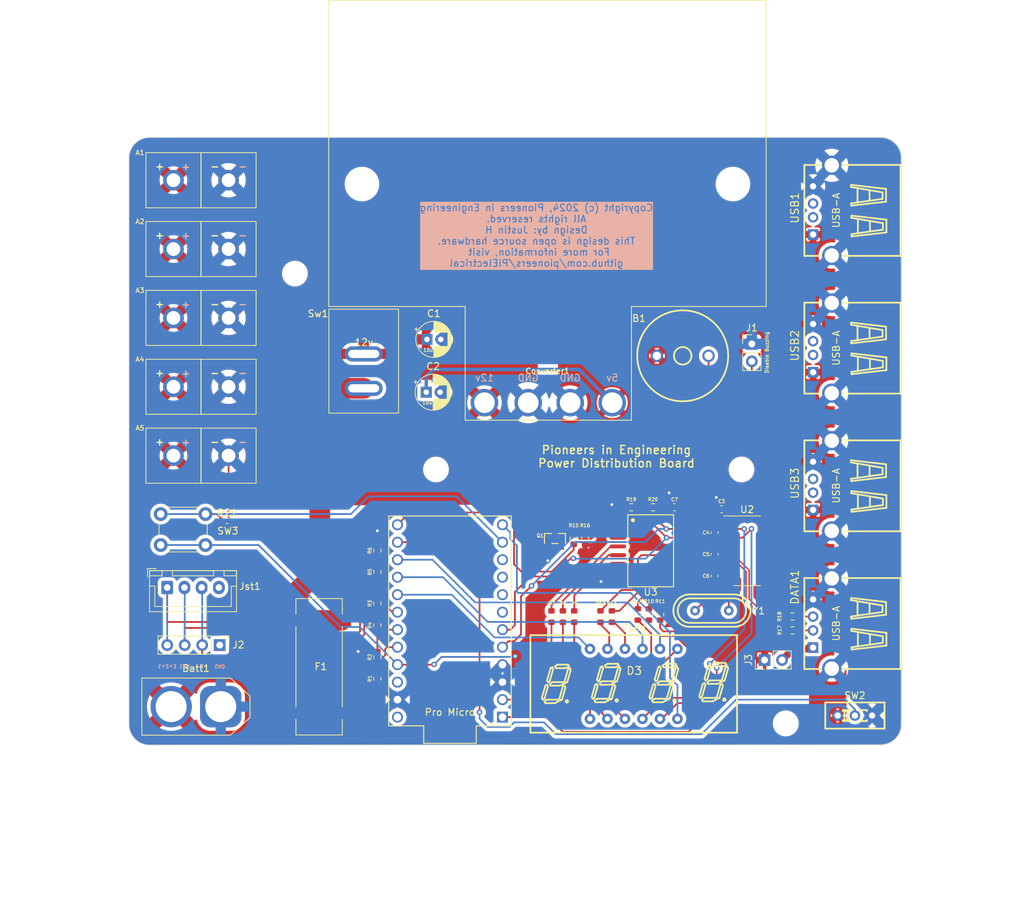
<source format=kicad_pcb>
(kicad_pcb (version 20221018) (generator pcbnew)
  (layers (0 "F.Cu" signal) (31 "B.Cu" signal) (34 "B.Paste" user) (35 "F.Paste" user) (36 "B.SilkS" user "B.Silkscreen") (37 "F.SilkS" user "F.Silkscreen") (38 "B.Mask" user) (39 "F.Mask" user) (44 "Edge.Cuts" user))
  (net 0 "")
  (net 1 "GND")
  (net 2 "/12v")
  (net 3 "/5v")
  (net 4 "/collector")
  (net 5 "Net-(U2-V3)")
  (net 6 "Net-(U2-XI)")
  (net 7 "Net-(U2-XO)")
  (net 8 "Net-(D3-E)")
  (net 9 "Net-(D3-D)")
  (net 10 "/Dig4")
  (net 11 "Net-(D3-DP)")
  (net 12 "/Dig3")
  (net 13 "/Dig2")
  (net 14 "Net-(D3-C)")
  (net 15 "Net-(D3-G)")
  (net 16 "/Dig1")
  (net 17 "/Cell1")
  (net 18 "/Cell1+2")
  (net 19 "/Cell1+2+3")
  (net 20 "/DP")
  (net 21 "/E")
  (net 22 "/D")
  (net 23 "/C")
  (net 24 "/A")
  (net 25 "/B")
  (net 26 "/Buzzer")
  (net 27 "/G")
  (net 28 "/F")
  (net 29 "Net-(D3-B)")
  (net 30 "Net-(D3-F)")
  (net 31 "/Cell1_s")
  (net 32 "/Cell1+2_s")
  (net 33 "/Cell1+2+3_s")
  (net 34 "Net-(D3-A)")
  (net 35 "Net-(DATA1-VCC)")
  (net 36 "Net-(DATA1-D-)")
  (net 37 "/Tx")
  (net 38 "/D+")
  (net 39 "/D-")
  (net 40 "Net-(DATA1-D+)")
  (net 42 "/battery")
  (net 43 "/fuse out")
  (net 44 "/base")
  (net 45 "unconnected-(Jst1-GND-Pad4)")
  (net 50 "/toggle")
  (net 53 "/BatCal")
  (net 56 "/Rx")
  (net 57 "/SDA")
  (net 58 "/SCL")
  (footprint "Resistor_SMD:R_0603_1608Metric" (layer "F.Cu") (at 134.6454 86.1822 90)
    (fp_text reference "R11")
    (fp_text value "200")
  )
  (footprint "Capacitor_THT:CP_Radial_D5.0mm_P2.00mm" (layer "F.Cu") (at 100.695688 53.8988)
    (fp_text reference "C2")
    (fp_text value "10u")
  )
  (footprint "PiE_Footprints:PinHeader_1x02_P2.54mm_Vertical" (layer "F.Cu") (at 147.955 46.8834)
    (fp_text reference "J1")
    (fp_text value "Conn_01x02")
  )
  (footprint "PiE_Footprints:USB-A_female" (layer "F.Cu") (at 158.2 47.498 90)
    (fp_text reference "USB2")
    (fp_text value "USB" hide)
  )
  (footprint "Resistor_SMD:R_0603_1608Metric" (layer "F.Cu") (at 118.872 86.487 90)
    (fp_text reference "R7")
    (fp_text value "200")
  )
  (footprint "Resistor_SMD:R_0603_1608Metric" (layer "F.Cu") (at 93.599 76.898 90)
    (fp_text reference "R6")
    (fp_text value "10000")
  )
  (footprint "PiE_Footprints:JST_XH_B4B-XH-A_1x04_P2.50mm_Vertical" (layer "F.Cu") (at 63.0936 82.2706)
    (fp_text reference "Jst1")
    (fp_text value "JST-XH_4-pin")
  )
  (footprint "PiE_Footprints:LED-SEG-TH_12P-L30.0-W13.7-P2.54-S10.16-BL" (layer "F.Cu") (at 130.81 96.266)
    (fp_text reference "D3")
    (fp_text value "4_digit_7_segment_display" hide)
  )
  (footprint "Capacitor_SMD:C_0603_1608Metric" (layer "F.Cu") (at 143.5608 70.8914 180)
    (fp_text reference "C3")
    (fp_text value "0.1uF")
  )
  (footprint "PiE_Footprints:Buzzer" (layer "F.Cu") (at 137.922 48.514)
    (fp_text reference "B1")
    (fp_text value "Buzzer")
  )
  (footprint "PiE_Footprints:JYJE S1C12000VWFAC" (layer "F.Cu") (at 142.1638 85.6234 180)
    (fp_text reference "Y1")
    (fp_text value "12MHz")
  )
  (footprint "Resistor_SMD:R_0603_1608Metric" (layer "F.Cu") (at 125.984 86.487 -90)
    (fp_text reference "R12")
    (fp_text value "200")
  )
  (footprint "Resistor_SMD:R_0603_1608Metric" (layer "F.Cu") (at 93.599 92.393 90)
    (fp_text reference "R2")
    (fp_text value "10000")
  )
  (footprint "Capacitor_SMD:C_0603_1608Metric" (layer "F.Cu") (at 142.5448 77.4446 90)
    (fp_text reference "C5")
    (fp_text value "22pF")
  )
  (footprint "PiE_Footprints:USB-A_female" (layer "F.Cu") (at 158.2 67.498 90)
    (fp_text reference "USB3")
    (fp_text value "USB" hide)
  )
  (footprint "PiE_Footprints:anderson_horizontal" (layer "F.Cu") (at 68 29.1134)
    (fp_text reference "A2")
    (fp_text value "Anderson_Horizontal")
  )
  (footprint "Resistor_SMD:R_0603_1608Metric" (layer "F.Cu") (at 93.599 80.01 -90)
    (fp_text reference "R5")
    (fp_text value "30000")
  )
  (footprint "Resistor_SMD:R_0603_1608Metric" (layer "F.Cu") (at 93.599 84.582 -90)
    (fp_text reference "R3")
    (fp_text value "30000")
  )
  (footprint "Resistor_SMD:R_0402_1005Metric" (layer "F.Cu") (at 71.8 72.6)
    (fp_text reference "R21")
    (fp_text value "10k")
  )
  (footprint "PiE_Footprints:ProMicro-EnforcedTop" (layer "F.Cu") (at 104.14 87.122 90)
    (fp_text reference "Pro1" hide)
    (fp_text value "ProMicro")
  )
  (footprint "PiE_Footprints:Fuse Holder SMD" (layer "F.Cu") (at 85.1408 93.7768 90)
    (fp_text reference "F1")
    (fp_text value "Fuseholder")
  )
  (footprint "Resistor_SMD:R_0603_1608Metric" (layer "F.Cu") (at 133.0198 86.1822 90)
    (fp_text reference "R10")
    (fp_text value "200")
  )
  (footprint "Resistor_SMD:R_0603_1608Metric" (layer "F.Cu") (at 131.3942 86.1822 -90)
    (fp_text reference "R14")
    (fp_text value "200")
  )
  (footprint "PiE_Footprints:anderson_horizontal" (layer "F.Cu") (at 68 49.1134)
    (fp_text reference "A4")
    (fp_text value "Anderson_Horizontal")
  )
  (footprint "PiE_Footprints:USB-A_female" (layer "F.Cu") (at 158.2 27.498 90)
    (fp_text reference "USB1")
    (fp_text value "USB" hide)
  )
  (footprint "PiE_Footprints:PCF8574T" (layer "F.Cu") (at 133.2738 76.9366)
    (fp_text reference "U3")
    (fp_text value "PCF8574")
  )
  (footprint "Resistor_SMD:R_0603_1608Metric" (layer "F.Cu") (at 133.604 70.612)
    (fp_text reference "R20")
    (fp_text value "4700")
  )
  (footprint "Capacitor_THT:CP_Radial_D5.0mm_P2.00mm" (layer "F.Cu") (at 100.797288 46.228)
    (fp_text reference "C1")
    (fp_text value "10u")
  )
  (footprint "Resistor_SMD:R_0603_1608Metric" (layer "F.Cu") (at 153.8732 88.4936)
    (fp_text reference "R17")
    (fp_text value "22")
  )
  (footprint "Capacitor_SMD:C_0603_1608Metric" (layer "F.Cu") (at 142.5478 74.295 90)
    (fp_text reference "C4")
    (fp_text value "0.1uF")
  )
  (footprint "PiE_Footprints:Hole_R1.62mm" (layer "F.Cu") (at 102.158 65.1256)
    (fp_text reference "REF**" hide)
    (fp_text value "Hole_R1.62mm" hide)
  )
  (footprint "Resistor_SMD:R_0603_1608Metric" (layer "F.Cu") (at 93.599 95.505 90)
    (fp_text reference "R1")
    (fp_text value "30000")
  )
  (footprint "PiE_Footprints:s8050 JSMSEMI" (layer "F.Cu") (at 120.3071 76.9892 -90)
    (fp_text reference "Q1")
    (fp_text value "s8050_JSMSEMI")
  )
  (footprint "PiE_Footprints:anderson_horizontal" (layer "F.Cu") (at 68 59.1134)
    (fp_text reference "A5")
    (fp_text value "Anderson_Horizontal")
  )
  (footprint "Resistor_SMD:R_0603_1608Metric" (layer "F.Cu") (at 130.4544 70.612)
    (fp_text reference "R19")
    (fp_text value "4700")
  )
  (footprint "Capacitor_SMD:C_0603_1608Metric" (layer "F.Cu") (at 136.7282 70.612)
    (fp_text reference "C7")
    (fp_text value "0.1u")
  )
  (footprint "PiE_Footprints:DEALON SS-12D01-G3" (layer "F.Cu") (at 162.9156 100.8634)
    (fp_text reference "SW2")
    (fp_text value "SW_SPDT")
  )
  (footprint "Button_Switch_THT:SW_PUSH_6mm" (layer "F.Cu") (at 68.65 76.1 180)
    (fp_text reference "SW3")
    (fp_text value "SW_MEC_5E")
  )
  (footprint "PiE_Footprints:PiE Logo" (layer "F.Cu") (at 110.33202 63.390751)
    (fp_text reference "G***" hide)
    (fp_text value "LOGO" hide)
  )
  (footprint "Resistor_SMD:R_0603_1608Metric" (layer "F.Cu") (at 93.599 87.757 90)
    (fp_text reference "R4")
    (fp_text value "10000")
  )
  (footprint "PiE_Footprints:anderson_horizontal" (layer "F.Cu") (at 68 39.1134)
    (fp_text reference "A3")
    (fp_text value "Anderson_Horizontal")
  )
  (footprint "PiE_Footprints:5v_converter" (layer "F.Cu") (at 118.2878 23.6728 180)
    (fp_text reference "Converter1")
    (fp_text value "5v_converter")
  )
  (footprint "Resistor_SMD:R_0603_1608Metric" (layer "F.Cu") (at 122.0978 75.1586 90)
    (fp_text reference "R15")
    (fp_text value "3300")
  )
  (footprint "Resistor_SMD:R_0603_1608Metric" (layer "F.Cu") (at 122.174 86.487 90)
    (fp_text reference "R9")
    (fp_text value "200")
  )
  (footprint "PiE_Footprints:anderson_horizontal" (layer "F.Cu") (at 68 19.1134)
    (fp_text reference "A1")
    (fp_text value "Anderson_Horizontal")
  )
  (footprint "Resistor_SMD:R_0603_1608Metric" (layer "F.Cu") (at 127.635 86.487 -90)
    (fp_text reference "R13")
    (fp_text value "200")
  )
  (footprint "PiE_Footprints:Rocker Switch" (layer "F.Cu") (at 91.6178 53.34 90)
    (fp_text reference "Sw1")
    (fp_text value "D-SWITCH_MR5-111-C5N-BB")
  )
  (footprint "PiE_Footprints:CH340g" (layer "F.Cu") (at 147.2692 76.9874)
    (fp_text reference "U2")
    (fp_text value "CH340G")
  )
  (footprint "Resistor_SMD:R_0603_1608Metric" (layer "F.Cu") (at 123.7488 75.1586 90)
    (fp_text reference "R16")
    (fp_text value "1000")
  )
  (footprint "PiE_Footprints:AMASS_XT60-M_1x02_P7.20mm_Vertical" (layer "F.Cu") (at 70.866 99.568 180)
    (fp_text reference "Batt1")
    (fp_text value "XT60_F")
  )
  (footprint "Capacitor_SMD:C_0603_1608Metric" (layer "F.Cu") (at 142.5448 80.5942 -90)
    (fp_text reference "C6")
    (fp_text value "22pF")
  )
  (footprint "PiE_Footprints:Hole_R1.62mm" (layer "F.Cu") (at 81.6856 36.6776)
    (fp_text reference "REF**" hide)
    (fp_text value "Hole_R1.62mm" hide)
  )
  (footprint "PiE_Footprints:Hole_R1.62mm" (layer "F.Cu") (at 152.9334 102.0064)
    (fp_text reference "REF**" hide)
    (fp_text value "Hole_R1.62mm" hide)
  )
  (footprint "PiE_Footprints:Hole_R1.62mm" (layer "F.Cu") (at 146.5064 59.944)
    (fp_text reference "REF**" hide)
    (fp_text value "Hole_R1.62mm" hide)
  )
  (footprint "PiE_Footprints:PinHeader_1x04_P2.54mm_Vertical" (layer "F.Cu") (at 70.7136 90.6272 -90)
    (fp_text reference "J2")
    (fp_text value "Conn_01x04")
  )
  (footprint "Resistor_SMD:R_0603_1608Metric" (layer "F.Cu") (at 153.8478 86.487)
    (fp_text reference "R18")
    (fp_text value "22")
  )
  (footprint "PiE_Footprints:PinHeader_1x02_P2.54mm_Vertical" (layer "F.Cu") (at 149.8 92.8 90)
    (fp_text reference "J3")
    (fp_text value "Conn_01x02")
  )
  (footprint "PiE_Footprints:USB-A_female" (layer "F.Cu") (at 158.2 87.498 90)
    (fp_text reference "DATA1")
    (fp_text value "USB" hide)
  )
  (footprint "Resistor_SMD:R_0603_1608Metric" (layer "F.Cu") (at 120.523 86.487 90)
    (fp_text reference "R8")
    (fp_text value "200")
  )
  (gr_arc (start 57.55 19.9) (mid 58.42868 17.77868) (end 60.55 16.9) (stroke (width 0.1)) (layer "Edge.Cuts"))
  (gr_arc (start 169.65 102.15) (mid 168.785965 104.235965) (end 166.7 105.1) (stroke (width 0.1)) (layer "Edge.Cuts"))
  (gr_line (start 60.55 16.9) (end 166.65 16.9) (stroke (width 0.1)) (layer "Edge.Cuts"))
  (gr_arc (start 60.55 105.15) (mid 58.42868 104.27132) (end 57.55 102.15) (stroke (width 0.1)) (layer "Edge.Cuts"))
  (gr_line (start 166.7 105.1) (end 60.55 105.15) (stroke (width 0.1)) (layer "Edge.Cuts"))
  (gr_arc (start 166.65 16.9) (mid 168.77132 17.77868) (end 169.65 19.9) (stroke (width 0.1)) (layer "Edge.Cuts"))
  (gr_line (start 169.65 19.9) (end 169.65 102.15) (stroke (width 0.1)) (layer "Edge.Cuts"))
  (gr_line (start 57.55 102.15) (end 57.55 19.9) (stroke (width 0.1)) (layer "Edge.Cuts"))
  (gr_text "5v" (at 127.6858 51.816) (layer "B.SilkS") (effects (font (size 1 1)) (justify mirror)))
  (gr_text "GND" (at 70.7136 93.7114 180) (layer "B.SilkS") (effects (font (size 0.5 0.5) (thickness 0.1)) (justify mirror)))
  (gr_text "1" (at 68.1736 93.7114 180) (layer "B.SilkS") (effects (font (size 0.5 0.5) (thickness 0.1)) (justify mirror)))
  (gr_text "1+2" (at 65.6336 93.7368 180) (layer "B.SilkS") (effects (font (size 0.5 0.5) (thickness 0.1)) (justify mirror)))
  (gr_text "GND" (at 121.5898 51.816) (layer "B.SilkS") (effects (font (size 1 1)) (justify mirror)))
  (gr_text "12v" (at 109.1438 51.816) (layer "B.SilkS") (effects (font (size 1 1)) (justify mirror)))
  (gr_text "1+2+3" (at 63.0936 93.7114 180) (layer "B.SilkS") (effects (font (size 0.5 0.5) (thickness 0.1)) (justify mirror)))
  (gr_text "Copyright (c) 2024, Pioneers in Engineering\nAll rights reserved.\nDesign by: Justin H\nThis design is open source hardware.\nFor more information, visit \ngithub.com/pioneers/PiElectrical" (at 116.6876 31.1404) (layer "B.SilkS" knockout) (effects (font (size 1 1)) (justify mirror)))
  (gr_text "GND" (at 115.4938 51.816) (layer "B.SilkS") (effects (font (size 1 1)) (justify mirror)))
  (gr_text "Disable Buzzing" (at 150.1394 48.133 90) (layer "F.SilkS") (effects (font (size 0.5 0.5) (thickness 0.1))))
  (gr_text "10u" (at 100.9904 47.7774) (layer "F.SilkS") (effects (font (size 0.5 0.5) (thickness 0.1))))
  (gr_text "10u" (at 100.838 55.4228) (layer "F.SilkS") (effects (font (size 0.5 0.5) (thickness 0.1))))
  (gr_text "Pioneers in Engineering\nPower Distribution Board" (at 128.3 63.25) (layer "F.SilkS") (effects (font (size 1.2 1.2) (thickness 0.2) bold)))
  (gr_text "Pro Micro" (at 104.14 100.3808) (layer "F.SilkS") (effects (font (size 1 1))))
  (gr_text "12v\non" (at 91.6432 47.4726) (layer "F.SilkS") (effects (font (size 1 1))))
  (segment (start 93.599 88.582) (end 93.599 91.568) (width 0.25) (layer "F.Cu") (net 1))
  (segment (start 142.7988 69.1896) (end 142.7858 69.2026) (width 0.25) (layer "F.Cu") (net 1))
  (segment (start 141.5164 76.5048) (end 141.5164 80.3562) (width 0.25) (layer "F.Cu") (net 1))
  (segment (start 126.0856 81.3816) (end 128.5238 81.3816) (width 0.25) (layer "F.Cu") (net 1))
  (segment (start 127.635 70.231) (end 128.5238 71.1198) (width 0.25) (layer "F.Cu") (net 1))
  (segment (start 120.3325 76.3651) (end 118.3386 78.359) (width 0.25) (layer "F.Cu") (net 1))
  (segment (start 128.5238 73.7616) (end 128.5238 72.4916) (width 0.25) (layer "F.Cu") (net 1))
  (segment (start 142.8366 72.2978) (end 143.0304 72.4916) (width 0.25) (layer "F.Cu") (net 1))
  (segment (start 141.5164 74.536) (end 142.5324 73.52) (width 0.25) (layer "F.Cu") (net 1))
  (segment (start 128.5238 75.0316) (end 128.5238 73.7616) (width 0.25) (layer "F.Cu") (net 1))
  (segment (start 143.0304 72.4916) (end 143.0304 73.0374) (width 0.25) (layer "F.Cu") (net 1))
  (segment (start 141.5164 80.3562) (end 142.5294 81.3692) (width 0.25) (layer "F.Cu") (net 1))
  (segment (start 142.7858 69.2026) (end 142.7858 70.8914) (width 0.25) (layer "F.Cu") (net 1))
  (segment (start 93.599 91.568) (end 90.804 91.568) (width 0.25) (layer "F.Cu") (net 1))
  (segment (start 72 72.29) (end 72 63.1134) (width 0.25) (layer "F.Cu") (net 1))
  (segment (start 135.9532 70.612) (end 135.9532 68.5162) (width 0.25) (layer "F.Cu") (net 1))
  (segment (start 143.0304 73.0374) (end 142.5478 73.52) (width 0.25) (layer "F.Cu") (net 1))
  (segment (start 128.5238 71.1198) (end 128.5238 72.4916) (width 0.25) (layer "F.Cu") (net 1))
  (segment (start 93.599 76.073) (end 93.599 74.041) (width 0.25) (layer "F.Cu") (net 1))
  (segment (start 141.5164 76.5048) (end 141.5164 74.536) (width 0.25) (layer "F.Cu") (net 1))
  (segment (start 72.31 72.6) (end 72 72.29) (width 0.25) (layer "F.Cu") (net 1))
  (segment (start 142.5448 76.6696) (end 141.6966 76.6696) (width 0.25) (layer "F.Cu") (net 1))
  (segment (start 142.8366 70.8914) (end 142.8366 72.2978) (width 0.25) (layer "F.Cu") (net 1))
  (segment (start 120.3325 76.151) (end 120.3325 76.3651) (width 0.25) (layer "F.Cu") (net 1))
  (segment (start 143.0304 72.4916) (end 144.8084 72.4916) (width 0.25) (layer "F.Cu") (net 1))
  (segment (start 126.0602 81.407) (end 126.0856 81.3816) (width 0.25) (layer "F.Cu") (net 1))
  (segment (start 141.6812 76.6696) (end 141.5164 76.5048) (width 0.25) (layer "F.Cu") (net 1))
  (via (at 118.3386 78.359) (size 0.8) (drill 0.4) (layers "F.Cu" "B.Cu") (net 1))
  (via (at 135.9532 68.5162) (size 0.8) (drill 0.4) (layers "F.Cu" "B.Cu") (net 1))
  (via (at 93.599 74.041) (size 0.8) (drill 0.4) (layers "F.Cu" "B.Cu") (net 1))
  (via (at 126.0602 81.407) (size 0.8) (drill 0.4) (layers "F.Cu" "B.Cu") (net 1))
  (via (at 142.7988 69.1896) (size 0.8) (drill 0.4) (layers "F.Cu" "B.Cu") (net 1))
  (via (at 127.635 70.231) (size 0.8) (drill 0.4) (layers "F.Cu" "B.Cu") (net 1))
  (via (at 90.804 91.568) (size 0.8) (drill 0.4) (layers "F.Cu" "B.Cu") (net 1))
  (segment (start 151 96.15) (end 149.8 94.95) (width 0.5) (layer "F.Cu") (net 3))
  (segment (start 148.1582 70.8914) (end 149.7584 72.4916) (width 0.25) (layer "F.Cu") (net 3))
  (segment (start 144.3866 70.8914) (end 148.1582 70.8914) (width 0.25) (layer "F.Cu") (net 3))
  (segment (start 160.4156 100.8634) (end 155.7022 96.15) (width 0.5) (layer "F.Cu") (net 3))
  (segment (start 101.8032 93.472) (end 101.8286 93.4466) (width 0.25) (layer "F.Cu") (net 3))
  (segment (start 96.52 93.472) (end 101.8032 93.472) (width 0.25) (layer "F.Cu") (net 3))
  (segment (start 149.8 94.95) (end 149.8 92.8) (width 0.5) (layer "F.Cu") (net 3))
  (segment (start 138.0112 72.479) (end 138.0238 72.4916) (width 0.25) (layer "F.Cu") (net 3))
  (segment (start 155.7022 96.15) (end 151 96.15) (width 0.5) (layer "F.Cu") (net 3))
  (via (at 101.8286 93.4466) (size 0.8) (drill 0.4) (layers "F.Cu" "B.Cu") (net 3))
  (via (at 113.6142 92.2528) (size 0.8) (drill 0.4) (layers "F.Cu" "B.Cu") (net 3))
  (segment (start 101.7016 50.5968) (end 122.8598 50.5968) (width 0.5) (layer "B.Cu") (net 3))
  (segment (start 76.361305 76.1) (end 88.261305 88) (width 0.25) (layer "B.Cu") (net 3))
  (segment (start 113.52 92.347) (end 102.9282 92.347) (width 0.25) (layer "B.Cu") (net 3))
  (segment (start 102.9282 92.347) (end 101.8286 93.4466) (width 0.25) (layer "B.Cu") (net 3))
  (segment (start 91.35 88.3) (end 91.35 88.302) (width 0.25) (layer "B.Cu") (net 3))
  (segment (start 91.35 88.302) (end 96.52 93.472) (width 0.25) (layer "B.Cu") (net 3))
  (segment (start 100.695688 51.602712) (end 101.7016 50.5968) (width 0.5) (layer "B.Cu") (net 3))
  (segment (start 91.05 88) (end 91.35 88.3) (width 0.25) (layer "B.Cu") (net 3))
  (segment (start 113.6142 92.2528) (end 113.52 92.347) (width 0.25) (layer "B.Cu") (net 3))
  (segment (start 88.261305 88) (end 91.05 88) (width 0.25) (layer "B.Cu") (net 3))
  (segment (start 122.8598 50.5968) (end 127.6858 55.4228) (width 0.5) (layer "B.Cu") (net 3))
  (segment (start 68.65 76.1) (end 76.361305 76.1) (width 0.25) (layer "B.Cu") (net 3))
  (segment (start 62.15 76.1) (end 68.65 76.1) (width 0.25) (layer "B.Cu") (net 3))
  (segment (start 100.695688 53.8988) (end 100.695688 51.602712) (width 0.5) (layer "B.Cu") (net 3))
  (segment (start 123.7488 74.3336) (end 123.9388 74.3336) (width 0.25) (layer "F.Cu") (net 4))
  (segment (start 119.3825 74.151) (end 119.3825 73.3527) (width 0.25) (layer "F.Cu") (net 4))
  (segment (start 122.5164 73.1012) (end 123.7488 74.3336) (width 0.25) (layer "F.Cu") (net 4))
  (segment (start 123.9388 74.3336) (end 124.2314 74.041) (width 0.25) (layer "F.Cu") (net 4))
  (segment (start 124.2314 67.3608) (end 126.5428 65.0494) (width 0.25) (layer "F.Cu") (net 4))
  (segment (start 126.5428 65.0494) (end 135.2296 65.0494) (width 0.25) (layer "F.Cu") (net 4))
  (segment (start 124.2314 74.041) (end 124.2314 67.3608) (width 0.25) (layer "F.Cu") (net 4))
  (segment (start 119.634 73.1012) (end 122.5164 73.1012) (width 0.25) (layer "F.Cu") (net 4))
  (segment (start 135.2296 65.0494) (end 141.672 58.607) (width 0.25) (layer "F.Cu") (net 4))
  (segment (start 141.672 58.607) (end 141.672 48.614) (width 0.25) (layer "F.Cu") (net 4))
  (segment (start 119.3825 73.3527) (end 119.634 73.1012) (width 0.25) (layer "F.Cu") (net 4))
  (segment (start 142.5478 75.07) (end 143.7794 76.3016) (width 0.25) (layer "F.Cu") (net 5))
  (segment (start 143.7794 76.3016) (end 144.8084 76.3016) (width 0.25) (layer "F.Cu") (net 5))
  (segment (start 144.431649 80.1116) (end 144.8084 80.1116) (width 0.25) (layer "F.Cu") (net 6))
  (segment (start 144.6138 85.6234) (end 144.6138 84.2656) (width 0.25) (layer "F.Cu") (net 6))
  (segment (start 144.6138 84.2656) (end 146.2532 82.6262) (width 0.25) (layer "F.Cu") (net 6))
  (segment (start 146.2532 82.6262) (end 146.2532 81.0006) (width 0.25) (layer "F.Cu") (net 6))
  (segment (start 145.3642 80.1116) (end 144.8084 80.1116) (width 0.25) (layer "F.Cu") (net 6))
  (segment (start 142.5448 78.224751) (end 144.431649 80.1116) (width 0.25) (layer "F.Cu") (net 6))
  (segment (start 146.2532 81.0006) (end 145.3642 80.1116) (width 0.25) (layer "F.Cu") (net 6))
  (segment (start 144.8084 81.3816) (end 144.0972 81.3816) (width 0.25) (layer "F.Cu") (net 7))
  (segment (start 142.5448 79.8292) (end 142.5448 79.8192) (width 0.25) (layer "F.Cu") (net 7))
  (segment (start 142.6094 82.7278) (end 143.4622 82.7278) (width 0.25) (layer "F.Cu") (net 7))
  (segment (start 143.4622 82.7278) (end 144.8084 81.3816) (width 0.25) (layer "F.Cu") (net 7))
  (segment (start 144.0972 81.3816) (end 142.5448 79.8292) (width 0.25) (layer "F.Cu") (net 7))
  (segment (start 139.7138 85.6234) (end 142.6094 82.7278) (width 0.25) (layer "F.Cu") (net 7))
  (segment (start 124.46 101.346) (end 124.46 99.314) (width 0.25) (layer "F.Cu") (net 8))
  (segment (start 124.46 99.314) (end 118.872 93.726) (width 0.25) (layer "F.Cu") (net 8))
  (segment (start 118.872 93.726) (end 118.872 87.312) (width 0.25) (layer "F.Cu") (net 8))
  (segment (start 120.523 93.345) (end 120.523 87.312) (width 0.25) (layer "F.Cu") (net 9))
  (segment (start 126.238 99.06) (end 120.523 93.345) (width 0.25) (layer "F.Cu") (net 9))
  (segment (start 126.238 100.584) (end 126.238 99.06) (width 0.25) (layer "F.Cu") (net 9))
  (segment (start 127 101.346) (end 126.238 100.584) (width 0.25) (layer "F.Cu") (net 9))
  (segment (start 112.903 74.295) (end 111.76 73.152) (width 0.25) (layer "B.Cu") (net 10))
  (segment (start 114.0968 83.058) (end 114.0714 83.0834) (width 0.25) (layer "B.Cu") (net 10))
  (segment (start 113.8555 76.1873) (end 112.903 75.2348) (width 0.25) (layer "B.Cu") (net 10))
  (segment (start 136.073 88.7528) (end 130.3782 83.058) (width 0.25) (layer "B.Cu") (net 10))
  (segment (start 113.8555 82.8675) (end 113.8555 76.1873) (width 0.25) (layer "B.Cu") (net 10))
  (segment (start 137.16 96.4692) (end 136.073 95.3822) (width 0.25) (layer "B.Cu") (net 10))
  (segment (start 136.073 95.3822) (end 136.073 88.7528) (width 0.25) (layer "B.Cu") (net 10))
  (segment (start 130.3782 83.058) (end 114.0968 83.058) (width 0.25) (layer "B.Cu") (net 10))
  (segment (start 112.903 75.2348) (end 112.903 74.295) (width 0.25) (layer "B.Cu") (net 10))
  (segment (start 114.0714 83.0834) (end 113.8555 82.8675) (width 0.25) (layer "B.Cu") (net 10))
  (segment (start 137.16 101.346) (end 137.16 96.4692) (width 0.25) (layer "B.Cu") (net 10))
  (segment (start 122.174 93.98) (end 122.174 87.312) (width 0.25) (layer "F.Cu") (net 11))
  (segment (start 129.54 101.346) (end 122.174 93.98) (width 0.25) (layer "F.Cu") (net 11))
  (segment (start 134.62 89.154) (end 129.903 84.437) (width 0.25) (layer "B.Cu") (net 12))
  (segment (start 134.62 91.186) (end 134.62 89.154) (width 0.25) (layer "B.Cu") (net 12))
  (segment (start 101.6 78.232) (end 96.52 78.232) (width 0.25) (layer "B.Cu") (net 12))
  (segment (start 129.903 84.437) (end 107.805 84.437) (width 0.25) (layer "B.Cu") (net 12))
  (segment (start 107.805 84.437) (end 101.6 78.232) (width 0.25) (layer "B.Cu") (net 12))
  (segment (start 132.08 91.186) (end 132.08 89.154) (width 0.25) (layer "B.Cu") (net 13))
  (segment (start 132.08 89.154) (end 130.193 87.267) (width 0.25) (layer "B.Cu") (net 13))
  (segment (start 130.193 87.267) (end 109.619 87.267) (width 0.25) (layer "B.Cu") (net 13))
  (segment (start 103.124 80.772) (end 96.52 80.772) (width 0.25) (layer "B.Cu") (net 13))
  (segment (start 109.619 87.267) (end 103.124 80.772) (width 0.25) (layer "B.Cu") (net 13))
  (segment (start 138.4808 98.298) (end 138.938 97.8408) (width 0.25) (layer "F.Cu") (net 14))
  (segment (start 134.7724 89.3064) (end 133.0198 87.5538) (width 0.25) (layer "F.Cu") (net 14))
  (segment (start 138.938 91.3384) (end 136.906 89.3064) (width 0.25) (layer "F.Cu") (net 14))
  (segment (start 138.938 97.8408) (end 138.938 91.3384) (width 0.25) (layer "F.Cu") (net 14))
  (segment (start 132.08 101.346) (end 135.128 98.298) (width 0.25) (layer "F.Cu") (net 14))
  (segment (start 135.128 98.298) (end 138.4808 98.298) (width 0.25) (layer "F.Cu") (net 14))
  (segment (start 136.906 89.3064) (end 134.7724 89.3064) (width 0.25) (layer "F.Cu") (net 14))
  (segment (start 133.0198 87.5538) (end 133.0198 87.0072) (width 0.25) (layer "F.Cu") (net 14))
  (segment (start 138.812396 99.06) (end 139.713398 98.158998) (width 0.25) (layer "F.Cu") (net 15))
  (segment (start 137.16 88.646) (end 135.128 88.646) (width 0.25) (layer "F.Cu") (net 15))
  (segment (start 139.713398 91.199398) (end 137.16 88.646) (width 0.25) (layer "F.Cu") (net 15))
  (segment (start 134.874 101.346) (end 137.16 99.06) (width 0.25) (layer "F.Cu") (net 15))
  (segment (start 134.62 101.346) (end 134.874 101.346) (width 0.25) (layer "F.Cu") (net 15))
  (segment (start 135.128 88.646) (end 134.6454 88.1634) (width 0.25) (layer "F.Cu") (net 15))
  (segment (start 134.6454 88.1634) (end 134.6454 87.0072) (width 0.25) (layer "F.Cu") (net 15))
  (segment (start 139.713398 98.158998) (end 139.713398 91.199398) (width 0.25) (layer "F.Cu") (net 15))
  (segment (start 137.16 99.06) (end 138.812396 99.06) (width 0.25) (layer "F.Cu") (net 15))
  (segment (start 104.394 83.312) (end 96.52 83.312) (width 0.25) (layer "B.Cu") (net 16))
  (segment (start 124.46 91.186) (end 122.791 89.517) (width 0.25) (layer "B.Cu") (net 16))
  (segment (start 122.791 89.517) (end 110.599 89.517) (width 0.25) (layer "B.Cu") (net 16))
  (segment (start 110.599 89.517) (end 104.394 83.312) (width 0.25) (layer "B.Cu") (net 16))
  (segment (start 89.2556 93.4212) (end 68.6816 93.4212) (width 0.25) (layer "F.Cu") (net 17))
  (segment (start 68.1736 92.9132) (end 68.1736 90.6272) (width 0.25) (layer "F.Cu") (net 17))
  (segment (start 92.1644 96.33) (end 89.2556 93.4212) (width 0.25) (layer "F.Cu") (net 17))
  (segment (start 68.6816 93.4212) (end 68.1736 92.9132) (width 0.25) (layer "F.Cu") (net 17))
  (segment (start 93.599 96.33) (end 92.1644 96.33) (width 0.25) (layer "F.Cu") (net 17))
  (segment (start 68.1736 90.6272) (end 68.1736 82.3506) (width 0.25) (layer "B.Cu") (net 17))
  (segment (start 68.1736 82.3506) (end 68.0936 82.2706) (width 0.25) (layer "B.Cu") (net 17))
  (segment (start 92.3158 83.757) (end 93.599 83.757) (width 0.25) (layer "F.Cu") (net 18))
  (segment (start 65.6336 88.2396) (end 65.7352 88.138) (width 0.25) (layer "F.Cu") (net 18))
  (segment (start 77.5208 91.4908) (end 89.3064 91.4908) (width 0.25) (layer "F.Cu") (net 18))
  (segment (start 74.168 88.138) (end 77.5208 91.4908) (width 0.25) (layer "F.Cu") (net 18))
  (segment (start 65.6336 90.6272) (end 65.6336 88.2396) (width 0.25) (layer "F.Cu") (net 18))
  (segment (start 89.3064 91.4908) (end 91.694 89.1032) (width 0.25) (layer "F.Cu") (net 18))
  (segment (start 91.694 89.1032) (end 91.694 84.3788) (width 0.25) (layer "F.Cu") (net 18))
  (segment (start 65.7352 88.138) (end 74.168 88.138) (width 0.25) (layer "F.Cu") (net 18))
  (segment (start 91.694 84.3788) (end 92.3158 83.757) (width 0.25) (layer "F.Cu") (net 18))
  (segment (start 65.6336 90.6272) (end 65.6336 82.3106) (width 0.25) (layer "B.Cu") (net 18))
  (segment (start 65.6336 82.3106) (end 65.5936 82.2706) (width 0.25) (layer "B.Cu") (net 18))
  (segment (start 93.599 81.661) (end 93.599 80.835) (width 0.25) (layer "F.Cu") (net 19))
  (segment (start 74.676 87.2744) (end 78.0542 90.6526) (width 0.25) (layer "F.Cu") (net 19))
  (segment (start 78.0542 90.6526) (end 89.0524 90.6526) (width 0.25) (layer "F.Cu") (net 19))
  (segment (start 63.0936 87.2236) (end 63.1444 87.2744) (width 0.25) (layer "F.Cu") (net 19))
  (segment (start 91.0844 88.6206) (end 91.0844 84.1756) (width 0.25) (layer "F.Cu") (net 19))
  (segment (start 89.0524 90.6526) (end 91.0844 88.6206) (width 0.25) (layer "F.Cu") (net 19))
  (segment (start 63.1444 87.2744) (end 74.676 87.2744) (width 0.25) (layer "F.Cu") (net 19))
  (segment (start 91.0844 84.1756) (end 93.599 81.661) (width 0.25) (layer "F.Cu") (net 19))
  (segment (start 63.0936 82.2706) (end 63.0936 87.2236) (width 0.25) (layer "F.Cu") (net 19))
  (segment (start 63.0936 90.6272) (end 63.0936 82.2706) (width 0.25) (layer "B.Cu") (net 19))
  (segment (start 122.174 85.662) (end 122.174 83.439) (width 0.25) (layer "F.Cu") (net 20))
  (segment (start 122.174 83.439) (end 126.7714 78.8416) (width 0.25) (layer "F.Cu") (net 20))
  (segment (start 126.7714 78.8416) (end 128.5238 78.8416) (width 0.25) (layer "F.Cu") (net 20))
  (segment (start 118.872 85.662) (end 118.872 84.8868) (width 0.25) (layer "F.Cu") (net 21))
  (segment (start 118.872 84.8868) (end 127.4572 76.3016) (width 0.25) (layer "F.Cu") (net 21))
  (segment (start 127.4572 76.3016) (end 128.5238 76.3016) (width 0.25) (layer "F.Cu") (net 21))
  (segment (start 127.1524 77.5716) (end 128.5238 77.5716) (width 0.25) (layer "F.Cu") (net 22))
  (segment (start 120.523 85.662) (end 120.523 84.201) (width 0.25) (layer "F.Cu") (net 22))
  (segment (start 120.523 84.201) (end 127.1524 77.5716) (width 0.25) (layer "F.Cu") (net 22))
  (segment (start 133.0198 85.3572) (end 133.0452 85.3318) (width 0.25) (layer "F.Cu") (net 23))
  (segment (start 133.0452 81.1784) (end 134.112 80.1116) (width 0.25) (layer "F.Cu") (net 23))
  (segment (start 134.112 80.1116) (end 138.0238 80.1116) (width 0.25) (layer "F.Cu") (net 23))
  (segment (start 133.0452 85.3318) (end 133.0452 81.1784) (width 0.25) (layer "F.Cu") (net 23))
  (segment (start 129.0198 82.6262) (end 130.81 82.6262) (width 0.25) (layer "F.Cu") (net 24))
  (segment (start 130.3274 80.1116) (end 128.5238 80.1116) (width 0.25) (layer "F.Cu") (net 24))
  (segment (start 130.81 82.6262) (end 130.81 80.5942) (width 0.25) (layer "F.Cu") (net 24))
  (segment (start 130.81 80.5942) (end 130.3274 80.1116) (width 0.25) (layer "F.Cu") (net 24))
  (segment (start 125.984 85.662) (end 129.0198 82.6262) (width 0.25) (layer "F.Cu") (net 24))
  (segment (start 133.3754 78.8416) (end 138.0238 78.8416) (width 0.25) (layer "F.Cu") (net 25))
  (segment (start 132.207 83.566) (end 132.207 80.01) (width 0.25) (layer "F.Cu") (net 25))
  (segment (start 131.3942 85.3572) (end 131.3942 84.3788) (width 0.25) (layer "F.Cu") (net 25))
  (segment (start 132.207 80.01) (end 133.3754 78.8416) (width 0.25) (layer "F.Cu") (net 25))
  (segment (start 131.3942 84.3788) (end 132.207 83.566) (width 0.25) (layer "F.Cu") (net 25))
  (segment (start 98.298 71.374) (end 113.4364 71.374) (width 0.25) (layer "F.Cu") (net 26))
  (segment (start 96.52 73.152) (end 98.298 71.374) (width 0.25) (layer "F.Cu") (net 26))
  (segment (start 113.4364 78.8924) (end 114.5032 79.9592) (width 0.25) (layer "F.Cu") (net 26))
  (segment (start 113.4364 71.374) (end 113.4364 78.8924) (width 0.25) (layer "F.Cu") (net 26))
  (segment (start 122.0978 76.7842) (end 122.0978 75.9836) (width 0.25) (layer "F.Cu") (net 26))
  (segment (start 114.5032 79.9592) (end 118.9228 79.9592) (width 0.25) (layer "F.Cu") (net 26))
  (segment (start 118.9228 79.9592) (end 122.0978 76.7842) (width 0.25) (layer "F.Cu") (net 26))
  (segment (start 134.6454 85.3572) (end 134.6708 85.3318) (width 0.25) (layer "F.Cu") (net 27))
  (segment (start 134.6708 85.3318) (end 134.6708 81.5848) (width 0.25) (layer "F.Cu") (net 27))
  (segment (start 134.874 81.3816) (end 138.0238 81.3816) (width 0.25) (layer "F.Cu") (net 27))
  (segment (start 134.6708 81.5848) (end 134.874 81.3816) (width 0.25) (layer "F.Cu") (net 27))
  (segment (start 131.4196 82.9564) (end 131.4196 78.0796) (width 0.25) (layer "F.Cu") (net 28))
  (segment (start 127.635 85.662) (end 128.714 85.662) (width 0.25) (layer "F.Cu") (net 28))
  (segment (start 128.714 85.662) (end 131.4196 82.9564) (width 0.25) (layer "F.Cu") (net 28))
  (segment (start 131.4196 78.0796) (end 131.9276 77.5716) (width 0.25) (layer "F.Cu") (net 28))
  (segment (start 131.9276 77.5716) (end 138.0238 77.5716) (width 0.25) (layer "F.Cu") (net 28))
  (segment (start 133.35 88.963) (end 133.35 92.8624) (width 0.25) (layer "F.Cu") (net 29))
  (segment (start 133.35 92.8624) (end 135.4836 92.8624) (width 0.25) (layer "F.Cu") (net 29))
  (segment (start 131.3942 87.0072) (end 133.35 88.963) (width 0.25) (layer "F.Cu") (net 29))
  (segment (start 135.4836 92.8624) (end 137.16 91.186) (width 0.25) (layer "F.Cu") (net 29))
  (segment (start 127.635 87.312) (end 127.952 87.312) (width 0.25) (layer "F.Cu") (net 30))
  (segment (start 127.952 87.312) (end 129.54 88.9) (width 0.25) (layer "F.Cu") (net 30))
  (segment (start 129.54 88.9) (end 129.54 91.186) (width 0.25) (layer "F.Cu") (net 30))
  (segment (start 94.996 90.932) (end 96.52 90.932) (width 0.25) (layer "F.Cu") (net 31))
  (segment (start 93.599 93.218) (end 94.742 92.075) (width 0.25) (layer "F.Cu") (net 31))
  (segment (start 93.599 93.218) (end 93.599 94.68) (width 0.25) (layer "F.Cu") (net 31))
  (segment (start 94.742 92.075) (end 94.742 91.186) (width 0.25) (layer "F.Cu") (net 31))
  (segment (start 94.742 91.186) (end 94.996 90.932) (width 0.25) (layer "F.Cu") (net 31))
  (segment (start 95.059 88.392) (end 96.52 88.392) (width 0.25) (layer "F.Cu") (net 32))
  (segment (start 93.599 86.932) (end 95.059 88.392) (width 0.25) (layer "F.Cu") (net 32))
  (segment (start 93.599 86.932) (end 93.599 85.407) (width 0.25) (layer "F.Cu") (net 32))
  (segment (start 94.742 79.756) (end 94.742 84.836) (width 0.25) (layer "F.Cu") (net 33))
  (segment (start 94.742 84.836) (end 95.758 85.852) (width 0.25) (layer "F.Cu") (net 33))
  (segment (start 93.599 77.723) (end 93.599 79.185) (width 0.25) (layer "F.Cu") (net 33))
  (segment (start 93.599 79.185) (end 94.171 79.185) (width 0.25) (layer "F.Cu") (net 33))
  (segment (start 95.758 85.852) (end 96.52 85.852) (width 0.25) (layer "F.Cu") (net 33))
  (segment (start 94.171 79.185) (end 94.742 79.756) (width 0.25) (layer "F.Cu") (net 33))
  (segment (start 125.984 87.63) (end 127.254 88.9) (width 0.25) (layer "F.Cu") (net 34))
  (segment (start 127.254 88.9) (end 127.254 90.932) (width 0.25) (layer "F.Cu") (net 34))
  (segment (start 127.254 90.932) (end 127 91.186) (width 0.25) (layer "F.Cu") (net 34))
  (segment (start 125.984 87.312) (end 125.984 87.63) (width 0.25) (layer "F.Cu") (net 34))
  (segment (start 156.006604 91.2) (end 156.526802 90.679802) (width 1) (layer "F.Cu") (net 35))
  (segment (start 152.34 92.8) (end 153.94 91.2) (width 1) (layer "F.Cu") (net 35))
  (segment (start 153.94 91.2) (end 156.006604 91.2) (width 1) (layer "F.Cu") (net 35))
  (segment (start 156.8406 88.4936) (end 156.845 88.498) (width 0.25) (layer "F.Cu") (net 36))
  (segment (start 154.6982 88.4936) (end 156.8406 88.4936) (width 0.25) (layer "F.Cu") (net 36))
  (segment (start 142.8496 93.9546) (end 142.8496 99.1616) (width 0.25) (layer "F.Cu") (net 37))
  (segment (start 118.3894 101.092) (end 111.76 101.092) (width 0.25) (layer "F.Cu") (net 37))
  (segment (start 142.8496 99.1616) (end 138.7856 103.2256) (width 0.25) (layer "F.Cu") (net 37))
  (segment (start 120.523 103.2256) (end 118.3894 101.092) (width 0.25) (layer "F.Cu") (net 37))
  (segment (start 147.9072 73.7362) (end 146.6118 75.0316) (width 0.25) (layer "F.Cu") (net 37))
  (segment (start 138.7856 103.2256) (end 120.523 103.2256) (width 0.25) (layer "F.Cu") (net 37))
  (segment (start 146.6118 75.0316) (end 144.8084 75.0316) (width 0.25) (layer "F.Cu") (net 37))
  (via (at 142.8496 93.9546) (size 0.8) (drill 0.4) (layers "F.Cu" "B.Cu") (net 37))
  (via (at 147.9072 73.7362) (size 0.8) (drill 0.4) (layers "F.Cu" "B.Cu") (net 37))
  (segment (start 147.9042 73.7392) (end 147.9072 73.7362) (width 0.25) (layer "B.Cu") (net 37))
  (segment (start 147.9042 88.9) (end 147.9042 73.7392) (width 0.25) (layer "B.Cu") (net 37))
  (segment (start 142.8496 93.9546) (end 147.9042 88.9) (width 0.25) (layer "B.Cu") (net 37))
  (segment (start 150.867599 87.252599) (end 152.257201 87.252599) (width 0.2) (layer "F.Cu") (net 38))
  (segment (start 152.257201 87.252599) (end 153.0228 86.487) (width 0.2) (layer "F.Cu") (net 38))
  (segment (start 144.8084 77.5716) (end 145.218399 77.981599) (width 0.2) (layer "F.Cu") (net 38))
  (segment (start 145.218399 77.981599) (end 145.787599 77.981599) (width 0.2) (layer "F.Cu") (net 38))
  (segment (start 145.787599 77.981599) (end 147.5704 79.7644) (width 0.2) (layer "F.Cu") (net 38))
  (segment (start 147.5704 79.7644) (end 147.5704 83.9554) (width 0.2) (layer "F.Cu") (net 38))
  (segment (start 147.5704 83.9554) (end 150.867599 87.252599) (width 0.2) (layer "F.Cu") (net 38))
  (segment (start 150.681201 87.702601) (end 152.257201 87.702601) (width 0.2) (layer "F.Cu") (net 39))
  (segment (start 152.257201 87.702601) (end 153.0482 88.4936) (width 0.2) (layer "F.Cu") (net 39))
  (segment (start 147.1204 79.9508) (end 147.1204 84.1418) (width 0.2) (layer "F.Cu") (net 39))
  (segment (start 147.1204 84.1418) (end 150.681201 87.702601) (width 0.2) (layer "F.Cu") (net 39))
  (segment (start 145.218399 78.431601) (end 145.601201 78.431601) (width 0.2) (layer "F.Cu") (net 39))
  (segment (start 144.8084 78.8416) (end 145.218399 78.431601) (width 0.2) (layer "F.Cu") (net 39))
  (segment (start 145.601201 78.431601) (end 147.1204 79.9508) (width 0.2) (layer "F.Cu") (net 39))
  (segment (start 156.834 86.487) (end 156.845 86.498) (width 0.25) (layer "F.Cu") (net 40))
  (segment (start 154.6728 86.487) (end 156.834 86.487) (width 0.25) (layer "F.Cu") (net 40))
  (segment (start 86.5886 53.34) (end 91.6178 53.34) (width 3) (layer "F.Cu") (net 43))
  (segment (start 85.4456 80.01) (end 85.2424 79.8068) (width 3) (layer "F.Cu") (net 43))
  (segment (start 88.3158 82.8294) (end 88.3158 87.0458) (width 3) (layer "F.Cu") (net 43))
  (segment (start 85.4456 80.01) (end 84.836 80.01) (width 3) (layer "F.Cu") (net 43))
  (segment (start 82.0928 87.0458) (end 88.3158 87.0458) (width 3) (layer "F.Cu") (net 43))
  (segment (start 85.2424 79.8068) (end 85.2424 54.737) (width 3) (layer "F.Cu") (net 43))
  (segment (start 85.217 54.7116) (end 86.5886 53.34) (width 3) (layer "F.Cu") (net 43))
  (segment (start 85.2424 54.737) (end 85.217 54.7116) (width 3) (layer "F.Cu") (net 43))
  (segment (start 82.0928 82.7532) (end 82.0928 87.0458) (width 3) (layer "F.Cu") (net 43))
  (segment (start 85.4456 80.01) (end 85.4964 80.01) (width 3) (layer "F.Cu") (net 43))
  (segment (start 85.4964 80.01) (end 88.3158 82.8294) (width 3) (layer "F.Cu") (net 43))
  (segment (start 84.836 80.01) (end 82.0928 82.7532) (width 3) (layer "F.Cu") (net 43))
  (segment (start 118.4325 76.1061) (end 119.4376 75.101) (width 0.25) (layer "F.Cu") (net 44))
  (segment (start 124.7775 68.1355) (end 127.2286 65.6844) (width 0.25) (layer "F.Cu") (net 44))
  (segment (start 124.6632 75.184) (end 124.7775 75.0697) (width 0.25) (layer "F.Cu") (net 44))
  (segment (start 127.2286 65.6844) (end 135.8392 65.6844) (width 0.25) (layer "F.Cu") (net 44))
  (segment (start 122.0978 74.3336) (end 122.531338 74.3336) (width 0.25) (layer "F.Cu") (net 44))
  (segment (start 122.531338 74.3336) (end 122.936 74.738262) (width 0.25) (layer "F.Cu") (net 44))
  (segment (start 147.955 53.5686) (end 147.955 49.4234) (width 0.25) (layer "F.Cu") (net 44))
  (segment (start 122.936 75.184) (end 124.6632 75.184) (width 0.25) (layer "F.Cu") (net 44))
  (segment (start 135.8392 65.6844) (end 147.955 53.5686) (width 0.25) (layer "F.Cu") (net 44))
  (segment (start 119.4376 75.101) (end 119.4444 75.1078) (width 0.25) (layer "F.Cu") (net 44))
  (segment (start 124.7775 75.0697) (end 124.7775 68.1355) (width 0.25) (layer "F.Cu") (net 44))
  (segment (start 122.936 74.738262) (end 122.936 75.184) (width 0.25) (layer "F.Cu") (net 44))
  (segment (start 121.3236 75.1078) (end 122.0978 74.3336) (width 0.25) (layer "F.Cu") (net 44))
  (segment (start 118.4325 76.151) (end 118.4325 76.1061) (width 0.25) (layer "F.Cu") (net 44))
  (segment (start 119.4444 75.1078) (end 121.3236 75.1078) (width 0.25) (layer "F.Cu") (net 44))
  (segment (start 70.7136 82.3906) (end 70.5936 82.2706) (width 0.25) (layer "B.Cu") (net 45))
  (segment (start 108.4326 82.0928) (end 108.4326 100.3808) (width 0.25) (layer "F.Cu") (net 50))
  (segment (start 96.52 75.692) (end 102.0318 75.692) (width 0.25) (layer "F.Cu") (net 50))
  (segment (start 102.0318 75.692) (end 108.4326 82.0928) (width 0.25) (layer "F.Cu") (net 50))
  (via (at 108.4326 100.3808) (size 0.8) (drill 0.4) (layers "F.Cu" "B.Cu") (net 50))
  (segment (start 162.9156 100.8634) (end 162.9156 99.949) (width 0.25) (layer "B.Cu") (net 50))
  (segment (start 108.4326 101.3206) (end 108.4326 100.3808) (width 0.25) (layer "B.Cu") (net 50))
  (segment (start 140.6652 103.5558) (end 119.4816 103.5558) (width 0.25) (layer "B.Cu") (net 50))
  (segment (start 161.5186 98.552) (end 145.669 98.552) (width 0.25) (layer "B.Cu") (net 50))
  (segment (start 113.4364 101.854) (end 112.776 102.5144) (width 0.25) (layer "B.Cu") (net 50))
  (segment (start 112.776 102.5144) (end 109.6264 102.5144) (width 0.25) (layer "B.Cu") (net 50))
  (segment (start 145.669 98.552) (end 140.6652 103.5558) (width 0.25) (layer "B.Cu") (net 50))
  (segment (start 117.7798 101.854) (end 113.4364 101.854) (width 0.25) (layer "B.Cu") (net 50))
  (segment (start 109.6264 102.5144) (end 108.4326 101.3206) (width 0.25) (layer "B.Cu") (net 50))
  (segment (start 119.4816 103.5558) (end 117.7798 101.854) (width 0.25) (layer "B.Cu") (net 50))
  (segment (start 162.9156 99.949) (end 161.5186 98.552) (width 0.25) (layer "B.Cu") (net 50))
  (segment (start 70.29 71.6) (end 71.29 72.6) (width 0.25) (layer "F.Cu") (net 53))
  (segment (start 68.65 71.6) (end 70.29 71.6) (width 0.25) (layer "F.Cu") (net 53))
  (segment (start 68.65 71.6) (end 89.75 71.6) (width 0.25) (layer "B.Cu") (net 53))
  (segment (start 105.118 69.05) (end 111.76 75.692) (width 0.25) (layer "B.Cu") (net 53))
  (segment (start 92.3 69.05) (end 105.118 69.05) (width 0.25) (layer "B.Cu") (net 53))
  (segment (start 89.75 71.6) (end 92.3 69.05) (width 0.25) (layer "B.Cu") (net 53))
  (segment (start 62.15 71.6) (end 68.65 71.6) (width 0.25) (layer "B.Cu") (net 53))
  (segment (start 123.4948 102.7176) (end 119.3292 98.552) (width 0.25) (layer "F.Cu") (net 56))
  (segment (start 146.853296 73.765505) (end 146.849391 73.7616) (width 0.25) (layer "F.Cu") (net 56))
  (segment (start 141.859 93.345) (end 141.859 99.0346) (width 0.25) (layer "F.Cu") (net 56))
  (segment (start 146.849391 73.7616) (end 144.8084 73.7616) (width 0.25) (layer "F.Cu") (net 56))
  (segment (start 138.176 102.7176) (end 123.4948 102.7176) (width 0.25) (layer "F.Cu") (net 56))
  (segment (start 141.859 99.0346) (end 138.176 102.7176) (width 0.25) (layer "F.Cu") (net 56))
  (segment (start 119.3292 98.552) (end 111.76 98.552) (width 0.25) (layer "F.Cu") (net 56))
  (via (at 141.859 93.345) (size 0.8) (drill 0.4) (layers "F.Cu" "B.Cu") (net 56))
  (via (at 146.853296 73.765505) (size 0.8) (drill 0.4) (layers "F.Cu" "B.Cu") (net 56))
  (segment (start 146.853296 73.765505) (end 146.8628 73.775009) (width 0.25) (layer "B.Cu") (net 56))
  (segment (start 146.8628 88.3412) (end 141.859 93.345) (width 0.25) (layer "B.Cu") (net 56))
  (segment (start 146.8628 73.775009) (end 146.8628 88.3412) (width 0.25) (layer "B.Cu") (net 56))
  (segment (start 134.4798 72.707) (end 135.5344 73.7616) (width 0.25) (layer "F.Cu") (net 57))
  (segment (start 113.4618 90.0684) (end 112.6236 90.0684) (width 0.25) (layer "F.Cu") (net 57))
  (segment (start 112.6236 90.0684) (end 111.76 90.932) (width 0.25) (layer "F.Cu") (net 57))
  (segment (start 134.4798 70.612) (end 134.4798 72.707) (width 0.25) (layer "F.Cu") (net 57))
  (segment (start 114.4524 83.5406) (end 114.4524 89.0778) (width 0.25) (layer "F.Cu") (net 57))
  (segment (start 115.9764 82.0166) (end 114.4524 83.5406) (width 0.25) (layer "F.Cu") (net 57))
  (segment (start 114.4524 89.0778) (end 113.4618 90.0684) (width 0.25) (layer "F.Cu") (net 57))
  (segment (start 138.0238 73.7616) (end 135.5344 73.7616) (width 0.25) (layer "F.Cu") (net 57))
  (via (at 135.5344 73.7616) (size 0.8) (drill 0.4) (layers "F.Cu" "B.Cu") (net 57))
  (via (at 115.9764 82.0166) (size 0.8) (drill 0.4) (layers "F.Cu" "B.Cu") (net 57))
  (segment (start 115.9764 82.0166) (end 122.3264 75.6666) (width 0.25) (layer "B.Cu") (net 57))
  (segment (start 132.5118 75.6666) (end 134.4168 73.7616) (width 0.25) (layer "B.Cu") (net 57))
  (segment (start 134.4168 73.7616) (end 135.5344 73.7616) (width 0.25) (layer "B.Cu") (net 57))
  (segment (start 122.3264 75.6666) (end 132.5118 75.6666) (width 0.25) (layer "B.Cu") (net 57))
  (segment (start 115.7986 80.6704) (end 113.5634 82.9056) (width 0.25) (layer "F.Cu") (net 58))
  (segment (start 112.903 88.392) (end 111.76 88.392) (width 0.25) (layer "F.Cu") (net 58))
  (segment (start 131.3556 70.612) (end 131.3556 70.802) (width 0.25) (layer "F.Cu") (net 58))
  (segment (start 119.0244 80.6704) (end 115.7986 80.6704) (width 0.25) (layer "F.Cu") (net 58))
  (segment (start 121.5898 78.105) (end 121.9708 78.105) (width 0.25) (layer "F.Cu") (net 58))
  (segment (start 121.9708 78.105) (end 122.047 78.0288) (width 0.25) (layer "F.Cu") (net 58))
  (segment (start 121.5898 78.105) (end 119.0244 80.6704) (width 0.25) (layer "F.Cu") (net 58))
  (segment (start 113.5634 82.9056) (end 113.5634 87.7316) (width 0.25) (layer "F.Cu") (net 58))
  (segment (start 113.5634 87.7316) (end 112.903 88.392) (width 0.25) (layer "F.Cu") (net 58))
  (segment (start 138.0238 75.0316) (end 135.5852 75.0316) (width 0.25) (layer "F.Cu") (net 58))
  (segment (start 131.3556 70.802) (end 135.5852 75.0316) (width 0.25) (layer "F.Cu") (net 58))
  (via (at 122.047 78.0288) (size 0.8) (drill 0.4) (layers "F.Cu" "B.Cu") (net 58))
  (via (at 135.5852 75.0316) (size 0.8) (drill 0.4) (layers "F.Cu" "B.Cu") (net 58))
  (segment (start 132.5372 78.0796) (end 135.5852 75.0316) (width 0.25) (layer "B.Cu") (net 58))
  (segment (start 122.0978 78.0796) (end 132.5372 78.0796) (width 0.25) (layer "B.Cu") (net 58))
  (segment (start 122.047 78.0288) (end 122.0978 78.0796) (width 0.25) (layer "B.Cu") (net 58))
  (zone (net 42) (net_name "/battery") (layer "F.Cu") (priority 1) (connect_pads (clearance 0.508)) (min_thickness 0.254) (fill yes (thermal_gap 1) (thermal_bridge_width 2))
    (polygon (pts (xy 94.7928 104.0384) (xy 58.928 103.9876) (xy 58.928 93.8784) (xy 94.7928 93.8784)))
  )
  (zone (net 2) (net_name "/12v") (layer "F.Cu") (priority 1) (connect_pads (clearance 1)) (min_thickness 1) (fill yes (thermal_gap 1) (thermal_bridge_width 1.5))
    (polygon (pts (xy 75.9714 28.7528) (xy 116.8908 28.7528) (xy 116.8908 59.3344) (xy 117.0178 59.3344) (xy 117.0178 70.3326) (xy 78.1304 70.3326) (xy 76.03688 70.34981) (xy 60.00948 70.37521) (xy 60.0202 19.2532) (xy 60.0202 19.1262) (xy 75.9968 19.1262)))
  )
  (zone (net 3) (net_name "/5v") (layer "F.Cu") (priority 1) (connect_pads (clearance 0.508)) (min_thickness 0.254) (fill yes (thermal_gap 0.254) (thermal_bridge_width 1))
    (polygon (pts (xy 160.0454 28.575) (xy 159.9184 92.5322) (xy 161.6964 92.5322) (xy 161.6964 102.1588) (xy 156.2608 102.1588) (xy 156.2608 94.0054) (xy 113.0808 94.0054) (xy 113.0808 73.6854) (xy 119.8626 73.7108) (xy 119.7864 28.5496)))
  )
  (zone (net 1) (net_name "GND") (layer "B.Cu") (priority 1) (connect_pads (clearance 0.508)) (min_thickness 0.254) (fill yes (thermal_gap 1) (thermal_bridge_width 1.5))
    (polygon (pts (xy 169.6466 105.1306) (xy 57.5564 105.1306) (xy 57.5564 16.9164) (xy 169.6466 16.9164)))
  )
)
</source>
